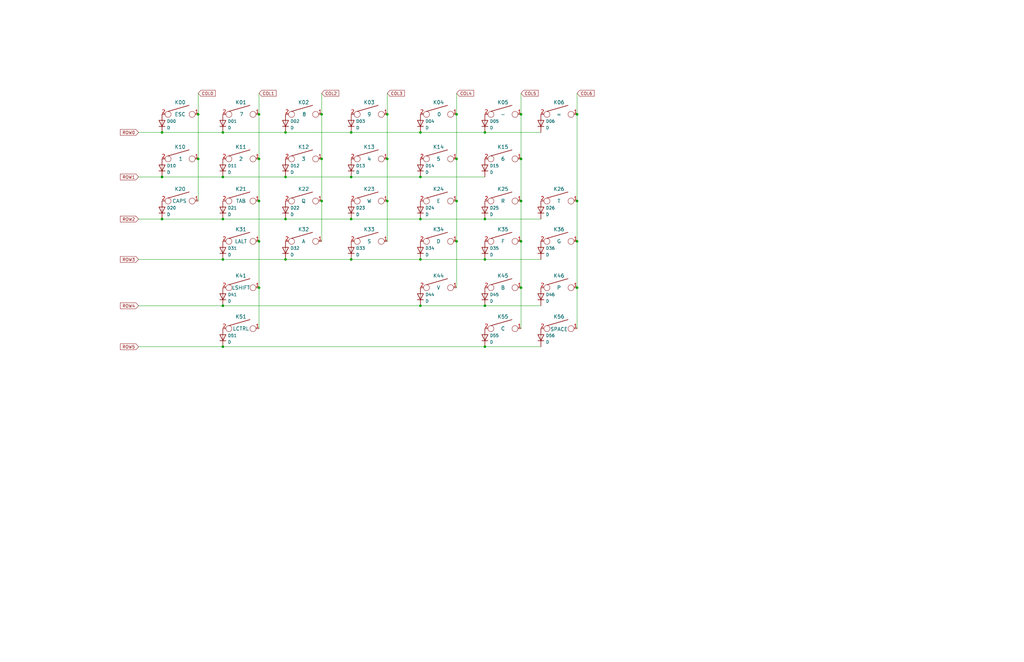
<source format=kicad_sch>
(kicad_sch (version 20211123) (generator eeschema)
  (paper "B")
  (lib_symbols
    (symbol "Device:D" (pin_numbers hide) (pin_names (offset 1.016) hide)
      (property "Reference" "D" (at 0 2.54 0))
      (property "Value" "D" (at 0 -2.54 0))
      (symbol "D_0_1"
        (polyline (pts (xy -1.27 1.27) (xy -1.27 -1.27)) (stroke (width 0.254)))
        (polyline (pts (xy 1.27 0) (xy -1.27 0)))
        (polyline (pts (xy 1.27 1.27) (xy 1.27 -1.27) (xy -1.27 0) (xy 1.27 1.27)) (stroke (width 0.254)))
      )
      (symbol "D_1_1"
        (pin passive line (at -3.81 0 0) (length 2.54) (name "K") (number "1"))
        (pin passive line (at 3.81 0 180) (length 2.54) (name "A") (number "2"))
      )
    )
    (symbol "keyboard_parts:KEYSW" (pin_names (offset 1.016))
      (property "Reference" "K?" (at -1.27 0 0))
      (symbol "KEYSW_0_1"
        (circle (center -5.08 0) (radius 1.27))
        (polyline (pts (xy -5.08 1.27) (xy 3.81 3.81)) (stroke (width 0.254)))
        (circle (center 5.08 0) (radius 1.27))
      )
      (symbol "KEYSW_1_1"
        (pin passive line (at 7.62 0 180) (length 1.27) (name "~") (number "1"))
        (pin passive line (at -7.62 0 0) (length 1.27) (name "~") (number "2"))
      )
    )
  )
  (junction (at 177.292 129.032))
  (junction (at 219.71 67.056))
  (junction (at 93.98 92.456))
  (junction (at 83.566 48.26))
  (junction (at 109.22 101.854))
  (junction (at 109.22 84.836))
  (junction (at 177.292 109.474))
  (junction (at 192.532 48.26))
  (junction (at 93.98 129.032))
  (junction (at 68.326 55.88))
  (junction (at 109.22 48.26))
  (junction (at 219.71 48.26))
  (junction (at 135.636 67.056))
  (junction (at 109.22 121.412))
  (junction (at 204.47 92.456))
  (junction (at 177.292 55.88))
  (junction (at 148.082 109.474))
  (junction (at 120.396 55.88))
  (junction (at 243.332 84.836))
  (junction (at 93.98 146.304))
  (junction (at 243.332 48.26))
  (junction (at 204.47 129.032))
  (junction (at 120.396 92.456))
  (junction (at 204.47 55.88))
  (junction (at 192.532 67.056))
  (junction (at 135.636 84.836))
  (junction (at 148.082 74.676))
  (junction (at 163.322 48.26))
  (junction (at 163.322 84.836))
  (junction (at 163.322 67.056))
  (junction (at 204.47 146.304))
  (junction (at 120.396 109.474))
  (junction (at 68.326 92.456))
  (junction (at 177.292 74.676))
  (junction (at 219.71 101.854))
  (junction (at 192.532 84.836))
  (junction (at 243.332 121.412))
  (junction (at 109.22 67.056))
  (junction (at 68.326 74.676))
  (junction (at 135.636 48.26))
  (junction (at 148.082 55.88))
  (junction (at 219.71 121.412))
  (junction (at 120.396 74.676))
  (junction (at 83.566 67.056))
  (junction (at 93.98 74.676))
  (junction (at 243.332 101.854))
  (junction (at 192.532 101.854))
  (junction (at 204.47 109.474))
  (junction (at 219.71 84.836))
  (junction (at 93.98 109.474))
  (junction (at 177.292 92.456))
  (junction (at 148.082 92.456))
  (junction (at 93.98 55.88))
  (wire (pts (xy 93.98 129.032) (xy 177.292 129.032)))
  (wire (pts (xy 135.636 67.056) (xy 135.636 84.836)))
  (wire (pts (xy 109.22 67.056) (xy 109.22 84.836)))
  (wire (pts (xy 93.98 146.304) (xy 58.42 146.304)))
  (wire (pts (xy 93.98 55.88) (xy 120.396 55.88)))
  (wire (pts (xy 243.332 101.854) (xy 243.332 121.412)))
  (wire (pts (xy 204.47 129.032) (xy 228.092 129.032)))
  (wire (pts (xy 109.22 101.854) (xy 109.22 121.412)))
  (wire (pts (xy 58.42 92.456) (xy 68.326 92.456)))
  (wire (pts (xy 83.566 39.37) (xy 83.566 48.26)))
  (wire (pts (xy 93.98 109.474) (xy 120.396 109.474)))
  (wire (pts (xy 192.532 67.056) (xy 192.532 84.836)))
  (wire (pts (xy 163.322 84.836) (xy 163.322 101.854)))
  (wire (pts (xy 219.71 48.26) (xy 219.71 67.056)))
  (wire (pts (xy 148.082 92.456) (xy 177.292 92.456)))
  (wire (pts (xy 219.71 84.836) (xy 219.71 101.854)))
  (wire (pts (xy 58.42 129.032) (xy 93.98 129.032)))
  (wire (pts (xy 177.292 109.474) (xy 204.47 109.474)))
  (wire (pts (xy 120.396 92.456) (xy 148.082 92.456)))
  (wire (pts (xy 120.396 74.676) (xy 148.082 74.676)))
  (wire (pts (xy 93.98 146.304) (xy 204.47 146.304)))
  (wire (pts (xy 83.566 67.056) (xy 83.566 84.836)))
  (wire (pts (xy 228.092 146.304) (xy 204.47 146.304)))
  (wire (pts (xy 204.47 92.456) (xy 228.092 92.456)))
  (wire (pts (xy 243.332 39.37) (xy 243.332 48.26)))
  (wire (pts (xy 58.42 55.88) (xy 68.326 55.88)))
  (wire (pts (xy 219.71 121.412) (xy 219.71 138.684)))
  (wire (pts (xy 177.292 129.032) (xy 204.47 129.032)))
  (wire (pts (xy 93.98 74.676) (xy 120.396 74.676)))
  (wire (pts (xy 163.322 48.26) (xy 163.322 67.056)))
  (wire (pts (xy 148.082 109.474) (xy 177.292 109.474)))
  (wire (pts (xy 68.326 55.88) (xy 93.98 55.88)))
  (wire (pts (xy 93.98 92.456) (xy 120.396 92.456)))
  (wire (pts (xy 192.532 39.37) (xy 192.532 48.26)))
  (wire (pts (xy 192.532 84.836) (xy 192.532 101.854)))
  (wire (pts (xy 192.532 48.26) (xy 192.532 67.056)))
  (wire (pts (xy 109.22 39.37) (xy 109.22 48.26)))
  (wire (pts (xy 243.332 84.836) (xy 243.332 101.854)))
  (wire (pts (xy 68.326 92.456) (xy 93.98 92.456)))
  (wire (pts (xy 177.292 92.456) (xy 204.47 92.456)))
  (wire (pts (xy 204.47 109.474) (xy 228.092 109.474)))
  (wire (pts (xy 243.332 121.412) (xy 243.332 138.684)))
  (wire (pts (xy 109.22 121.412) (xy 109.22 138.684)))
  (wire (pts (xy 163.322 39.37) (xy 163.322 48.26)))
  (wire (pts (xy 58.42 74.676) (xy 68.326 74.676)))
  (wire (pts (xy 204.47 55.88) (xy 228.092 55.88)))
  (wire (pts (xy 177.292 74.676) (xy 204.47 74.676)))
  (wire (pts (xy 135.636 48.26) (xy 135.636 67.056)))
  (wire (pts (xy 177.292 55.88) (xy 204.47 55.88)))
  (wire (pts (xy 68.326 74.676) (xy 93.98 74.676)))
  (wire (pts (xy 120.396 55.88) (xy 148.082 55.88)))
  (wire (pts (xy 135.636 39.37) (xy 135.636 48.26)))
  (wire (pts (xy 83.566 48.26) (xy 83.566 67.056)))
  (wire (pts (xy 192.532 101.854) (xy 192.532 121.412)))
  (wire (pts (xy 58.42 109.474) (xy 93.98 109.474)))
  (wire (pts (xy 148.082 74.676) (xy 177.292 74.676)))
  (wire (pts (xy 120.396 109.474) (xy 148.082 109.474)))
  (wire (pts (xy 163.322 67.056) (xy 163.322 84.836)))
  (wire (pts (xy 109.22 84.836) (xy 109.22 101.854)))
  (wire (pts (xy 148.082 55.88) (xy 177.292 55.88)))
  (wire (pts (xy 219.71 101.854) (xy 219.71 121.412)))
  (wire (pts (xy 109.22 48.26) (xy 109.22 67.056)))
  (wire (pts (xy 243.332 48.26) (xy 243.332 84.836)))
  (wire (pts (xy 135.636 84.836) (xy 135.636 101.854)))
  (wire (pts (xy 219.71 67.056) (xy 219.71 84.836)))
  (wire (pts (xy 219.71 39.37) (xy 219.71 48.26)))
  (global_label "ROW1" (shape input) (at 58.42 74.676 180) (property "Intersheet References" "${INTERSHEET_REFS}" (effects hide)))
  (global_label "COL0" (shape input) (at 83.566 39.37 0) (property "Intersheet References" "${INTERSHEET_REFS}" (effects hide)))
  (global_label "ROW0" (shape input) (at 58.42 55.88 180) (property "Intersheet References" "${INTERSHEET_REFS}" (effects hide)))
  (global_label "COL6" (shape input) (at 243.332 39.37 0) (property "Intersheet References" "${INTERSHEET_REFS}" (effects hide)))
  (global_label "ROW5" (shape input) (at 58.42 146.304 180) (property "Intersheet References" "${INTERSHEET_REFS}" (effects hide)))
  (global_label "COL3" (shape input) (at 163.322 39.37 0) (property "Intersheet References" "${INTERSHEET_REFS}" (effects hide)))
  (global_label "ROW4" (shape input) (at 58.42 129.032 180) (property "Intersheet References" "${INTERSHEET_REFS}" (effects hide)))
  (global_label "COL5" (shape input) (at 219.71 39.37 0) (property "Intersheet References" "${INTERSHEET_REFS}" (effects hide)))
  (global_label "COL4" (shape input) (at 192.532 39.37 0) (property "Intersheet References" "${INTERSHEET_REFS}" (effects hide)))
  (global_label "ROW2" (shape input) (at 58.42 92.456 180) (property "Intersheet References" "${INTERSHEET_REFS}" (effects hide)))
  (global_label "COL1" (shape input) (at 109.22 39.37 0) (property "Intersheet References" "${INTERSHEET_REFS}" (effects hide)))
  (global_label "ROW3" (shape input) (at 58.42 109.474 180) (property "Intersheet References" "${INTERSHEET_REFS}" (effects hide)))
  (global_label "COL2" (shape input) (at 135.636 39.37 0) (property "Intersheet References" "${INTERSHEET_REFS}" (effects hide)))
  (symbol (lib_id "Device:D") (at 120.396 52.07 90) (unit 1)
    (property "Reference" "D02" (at 122.428 51.1615 90) (effects (justify right)))
    (property "Value" "D" (at 122.428 53.9366 90) (effects (justify right)))
    (property "Footprint" "Diode_SMD:D_SOD-123" (effects hide))
  )
  (symbol (lib_id "keyboard_parts:KEYSW") (at 235.712 138.684 0) (unit 1)
    (property "Reference" "K56" (at 235.712 133.6221 0) (effects (font (size 1.524 1.524))))
    (property "Value" "SPACE" (at 235.712 138.938 0) (effects (font (size 1.524 1.524))))
    (property "Footprint" "Keeb_Parts:Kailh_MX_Socket" (effects hide))
  )
  (symbol (lib_id "keyboard_parts:KEYSW") (at 184.912 121.412 0) (unit 1)
    (property "Reference" "K44" (at 184.912 116.3501 0) (effects (font (size 1.524 1.524))))
    (property "Value" "V" (at 184.912 121.412 0) (effects (font (size 1.524 1.524))))
    (property "Footprint" "Keeb_Parts:Kailh_MX_Socket" (effects hide))
  )
  (symbol (lib_id "keyboard_parts:KEYSW") (at 155.702 67.056 0) (unit 1)
    (property "Reference" "K13" (at 155.702 61.9941 0) (effects (font (size 1.524 1.524))))
    (property "Value" "4" (at 155.702 67.056 0) (effects (font (size 1.524 1.524))))
    (property "Footprint" "Keeb_Parts:Kailh_MX_Socket" (effects hide))
  )
  (symbol (lib_id "keyboard_parts:KEYSW") (at 101.6 101.854 0) (unit 1)
    (property "Reference" "K31" (at 101.6 96.7921 0) (effects (font (size 1.524 1.524))))
    (property "Value" "LALT" (at 101.6 101.854 0) (effects (font (size 1.524 1.524))))
    (property "Footprint" "Keeb_Parts:Kailh_MX_Socket" (effects hide))
  )
  (symbol (lib_id "keyboard_parts:KEYSW") (at 155.702 101.854 0) (unit 1)
    (property "Reference" "K33" (at 155.702 96.7921 0) (effects (font (size 1.524 1.524))))
    (property "Value" "S" (at 155.702 101.854 0) (effects (font (size 1.524 1.524))))
    (property "Footprint" "Keeb_Parts:Kailh_MX_Socket" (effects hide))
  )
  (symbol (lib_id "Device:D") (at 177.292 125.222 90) (unit 1)
    (property "Reference" "D44" (at 179.324 124.3135 90) (effects (justify right)))
    (property "Value" "D" (at 179.324 127.0886 90) (effects (justify right)))
    (property "Footprint" "Diode_SMD:D_SOD-123" (effects hide))
  )
  (symbol (lib_id "Device:D") (at 228.092 125.222 90) (unit 1)
    (property "Reference" "D46" (at 230.124 124.3135 90) (effects (justify right)))
    (property "Value" "D" (at 230.124 127.0886 90) (effects (justify right)))
    (property "Footprint" "Diode_SMD:D_SOD-123" (effects hide))
  )
  (symbol (lib_id "Device:D") (at 120.396 70.866 90) (unit 1)
    (property "Reference" "D12" (at 122.428 69.9575 90) (effects (justify right)))
    (property "Value" "D" (at 122.428 72.7326 90) (effects (justify right)))
    (property "Footprint" "Diode_SMD:D_SOD-123" (effects hide))
  )
  (symbol (lib_id "keyboard_parts:KEYSW") (at 75.946 48.26 0) (unit 1)
    (property "Reference" "K00" (at 75.946 43.1981 0) (effects (font (size 1.524 1.524))))
    (property "Value" "ESC" (at 75.946 48.26 0) (effects (font (size 1.524 1.524))))
    (property "Footprint" "Keeb_Parts:Kailh_MX_Socket" (effects hide))
  )
  (symbol (lib_id "Device:D") (at 177.292 105.664 90) (unit 1)
    (property "Reference" "D34" (at 179.324 104.7555 90) (effects (justify right)))
    (property "Value" "D" (at 179.324 107.5306 90) (effects (justify right)))
    (property "Footprint" "Diode_SMD:D_SOD-123" (effects hide))
  )
  (symbol (lib_id "Device:D") (at 204.47 52.07 90) (unit 1)
    (property "Reference" "D05" (at 206.502 51.1615 90) (effects (justify right)))
    (property "Value" "D" (at 206.502 53.9366 90) (effects (justify right)))
    (property "Footprint" "Diode_SMD:D_SOD-123" (effects hide))
  )
  (symbol (lib_id "keyboard_parts:KEYSW") (at 155.702 84.836 0) (unit 1)
    (property "Reference" "K23" (at 155.702 79.7741 0) (effects (font (size 1.524 1.524))))
    (property "Value" "W" (at 155.702 84.836 0) (effects (font (size 1.524 1.524))))
    (property "Footprint" "Keeb_Parts:Kailh_MX_Socket" (effects hide))
  )
  (symbol (lib_id "Device:D") (at 148.082 70.866 90) (unit 1)
    (property "Reference" "D13" (at 150.114 69.9575 90) (effects (justify right)))
    (property "Value" "D" (at 150.114 72.7326 90) (effects (justify right)))
    (property "Footprint" "Diode_SMD:D_SOD-123" (effects hide))
  )
  (symbol (lib_id "Device:D") (at 228.092 88.646 90) (unit 1)
    (property "Reference" "D26" (at 230.124 87.7375 90) (effects (justify right)))
    (property "Value" "D" (at 230.124 90.5126 90) (effects (justify right)))
    (property "Footprint" "Diode_SMD:D_SOD-123" (effects hide))
  )
  (symbol (lib_id "Device:D") (at 120.396 88.646 90) (unit 1)
    (property "Reference" "D22" (at 122.428 87.7375 90) (effects (justify right)))
    (property "Value" "D" (at 122.428 90.5126 90) (effects (justify right)))
    (property "Footprint" "Diode_SMD:D_SOD-123" (effects hide))
  )
  (symbol (lib_id "keyboard_parts:KEYSW") (at 75.946 84.836 0) (unit 1)
    (property "Reference" "K20" (at 75.946 79.7741 0) (effects (font (size 1.524 1.524))))
    (property "Value" "CAPS" (at 75.692 84.836 0) (effects (font (size 1.524 1.524))))
    (property "Footprint" "Keeb_Parts:Kailh_MX_Socket" (effects hide))
  )
  (symbol (lib_id "keyboard_parts:KEYSW") (at 75.946 67.056 0) (unit 1)
    (property "Reference" "K10" (at 75.946 61.9941 0) (effects (font (size 1.524 1.524))))
    (property "Value" "1" (at 76.2 67.056 0) (effects (font (size 1.524 1.524))))
    (property "Footprint" "Keeb_Parts:Kailh_MX_Socket" (effects hide))
  )
  (symbol (lib_id "Device:D") (at 93.98 70.866 90) (unit 1)
    (property "Reference" "D11" (at 96.012 69.9575 90) (effects (justify right)))
    (property "Value" "D" (at 96.012 72.7326 90) (effects (justify right)))
    (property "Footprint" "Diode_SMD:D_SOD-123" (effects hide))
  )
  (symbol (lib_id "keyboard_parts:KEYSW") (at 101.6 84.836 0) (unit 1)
    (property "Reference" "K21" (at 101.6 79.7741 0) (effects (font (size 1.524 1.524))))
    (property "Value" "TAB" (at 101.6 84.836 0) (effects (font (size 1.524 1.524))))
    (property "Footprint" "Keeb_Parts:Kailh_MX_Socket" (effects hide))
  )
  (symbol (lib_id "Device:D") (at 228.092 52.07 90) (unit 1)
    (property "Reference" "D06" (at 230.124 51.1615 90) (effects (justify right)))
    (property "Value" "D" (at 230.124 53.9366 90) (effects (justify right)))
    (property "Footprint" "Diode_SMD:D_SOD-123" (effects hide))
  )
  (symbol (lib_id "Device:D") (at 68.326 88.646 90) (unit 1)
    (property "Reference" "D20" (at 70.358 87.7375 90) (effects (justify right)))
    (property "Value" "D" (at 70.358 90.5126 90) (effects (justify right)))
    (property "Footprint" "Diode_SMD:D_SOD-123" (effects hide))
  )
  (symbol (lib_id "keyboard_parts:KEYSW") (at 212.09 67.056 0) (unit 1)
    (property "Reference" "K15" (at 212.09 61.9941 0) (effects (font (size 1.524 1.524))))
    (property "Value" "6" (at 212.09 67.056 0) (effects (font (size 1.524 1.524))))
    (property "Footprint" "Keeb_Parts:Kailh_MX_Socket" (effects hide))
  )
  (symbol (lib_id "keyboard_parts:KEYSW") (at 184.912 101.854 0) (unit 1)
    (property "Reference" "K34" (at 184.912 96.7921 0) (effects (font (size 1.524 1.524))))
    (property "Value" "D" (at 184.912 101.854 0) (effects (font (size 1.524 1.524))))
    (property "Footprint" "Keeb_Parts:Kailh_MX_Socket" (effects hide))
  )
  (symbol (lib_id "Device:D") (at 120.396 105.664 90) (unit 1)
    (property "Reference" "D32" (at 122.428 104.7555 90) (effects (justify right)))
    (property "Value" "D" (at 122.428 107.5306 90) (effects (justify right)))
    (property "Footprint" "Diode_SMD:D_SOD-123" (effects hide))
  )
  (symbol (lib_id "Device:D") (at 148.082 105.664 90) (unit 1)
    (property "Reference" "D33" (at 150.114 104.7555 90) (effects (justify right)))
    (property "Value" "D" (at 150.114 107.5306 90) (effects (justify right)))
    (property "Footprint" "Diode_SMD:D_SOD-123" (effects hide))
  )
  (symbol (lib_id "Device:D") (at 93.98 142.494 90) (unit 1)
    (property "Reference" "D51" (at 96.012 141.5855 90) (effects (justify right)))
    (property "Value" "D" (at 96.012 144.3606 90) (effects (justify right)))
    (property "Footprint" "Diode_SMD:D_SOD-123" (effects hide))
  )
  (symbol (lib_id "Device:D") (at 68.326 70.866 90) (unit 1)
    (property "Reference" "D10" (at 70.358 69.9575 90) (effects (justify right)))
    (property "Value" "D" (at 70.358 72.7326 90) (effects (justify right)))
    (property "Footprint" "Diode_SMD:D_SOD-123" (effects hide))
  )
  (symbol (lib_id "Device:D") (at 93.98 125.222 90) (unit 1)
    (property "Reference" "D41" (at 96.012 124.3135 90) (effects (justify right)))
    (property "Value" "D" (at 96.012 127.0886 90) (effects (justify right)))
    (property "Footprint" "Diode_SMD:D_SOD-123" (effects hide))
  )
  (symbol (lib_id "Device:D") (at 93.98 105.664 90) (unit 1)
    (property "Reference" "D31" (at 96.012 104.7555 90) (effects (justify right)))
    (property "Value" "D" (at 96.012 107.5306 90) (effects (justify right)))
    (property "Footprint" "Diode_SMD:D_SOD-123" (effects hide))
  )
  (symbol (lib_id "Device:D") (at 148.082 52.07 90) (unit 1)
    (property "Reference" "D03" (at 150.114 51.1615 90) (effects (justify right)))
    (property "Value" "D" (at 150.114 53.9366 90) (effects (justify right)))
    (property "Footprint" "Diode_SMD:D_SOD-123" (effects hide))
  )
  (symbol (lib_id "Device:D") (at 177.292 88.646 90) (unit 1)
    (property "Reference" "D24" (at 179.324 87.7375 90) (effects (justify right)))
    (property "Value" "D" (at 179.324 90.5126 90) (effects (justify right)))
    (property "Footprint" "Diode_SMD:D_SOD-123" (effects hide))
  )
  (symbol (lib_id "keyboard_parts:KEYSW") (at 235.712 84.836 0) (unit 1)
    (property "Reference" "K26" (at 235.712 79.7741 0) (effects (font (size 1.524 1.524))))
    (property "Value" "T" (at 235.712 84.836 0) (effects (font (size 1.524 1.524))))
    (property "Footprint" "Keeb_Parts:Kailh_MX_Socket" (effects hide))
  )
  (symbol (lib_id "keyboard_parts:KEYSW") (at 184.912 84.836 0) (unit 1)
    (property "Reference" "K24" (at 184.912 79.7741 0) (effects (font (size 1.524 1.524))))
    (property "Value" "E" (at 184.912 84.836 0) (effects (font (size 1.524 1.524))))
    (property "Footprint" "Keeb_Parts:Kailh_MX_Socket" (effects hide))
  )
  (symbol (lib_id "Device:D") (at 228.092 105.664 90) (unit 1)
    (property "Reference" "D36" (at 230.124 104.7555 90) (effects (justify right)))
    (property "Value" "D" (at 230.124 107.5306 90) (effects (justify right)))
    (property "Footprint" "Diode_SMD:D_SOD-123" (effects hide))
  )
  (symbol (lib_id "Device:D") (at 68.326 52.07 90) (unit 1)
    (property "Reference" "D00" (at 70.358 51.1615 90) (effects (justify right)))
    (property "Value" "D" (at 70.358 53.9366 90) (effects (justify right)))
    (property "Footprint" "Diode_SMD:D_SOD-123" (effects hide))
  )
  (symbol (lib_id "keyboard_parts:KEYSW") (at 212.09 138.684 0) (unit 1)
    (property "Reference" "K55" (at 212.09 133.6221 0) (effects (font (size 1.524 1.524))))
    (property "Value" "C" (at 212.09 138.684 0) (effects (font (size 1.524 1.524))))
    (property "Footprint" "Keeb_Parts:Kailh_MX_Socket" (effects hide))
  )
  (symbol (lib_id "Device:D") (at 177.292 70.866 90) (unit 1)
    (property "Reference" "D14" (at 179.324 69.9575 90) (effects (justify right)))
    (property "Value" "D" (at 179.324 72.7326 90) (effects (justify right)))
    (property "Footprint" "Diode_SMD:D_SOD-123" (effects hide))
  )
  (symbol (lib_id "keyboard_parts:KEYSW") (at 212.09 101.854 0) (unit 1)
    (property "Reference" "K35" (at 212.09 96.7921 0) (effects (font (size 1.524 1.524))))
    (property "Value" "F" (at 212.09 101.854 0) (effects (font (size 1.524 1.524))))
    (property "Footprint" "Keeb_Parts:Kailh_MX_Socket" (effects hide))
  )
  (symbol (lib_id "keyboard_parts:KEYSW") (at 212.09 84.836 0) (unit 1)
    (property "Reference" "K25" (at 212.09 79.7741 0) (effects (font (size 1.524 1.524))))
    (property "Value" "R" (at 212.09 84.836 0) (effects (font (size 1.524 1.524))))
    (property "Footprint" "Keeb_Parts:Kailh_MX_Socket" (effects hide))
  )
  (symbol (lib_id "keyboard_parts:KEYSW") (at 101.6 67.056 0) (unit 1)
    (property "Reference" "K11" (at 101.6 61.9941 0) (effects (font (size 1.524 1.524))))
    (property "Value" "2" (at 101.6 67.056 0) (effects (font (size 1.524 1.524))))
    (property "Footprint" "Keeb_Parts:Kailh_MX_Socket" (effects hide))
  )
  (symbol (lib_id "keyboard_parts:KEYSW") (at 101.6 121.412 0) (unit 1)
    (property "Reference" "K41" (at 101.6 116.3501 0) (effects (font (size 1.524 1.524))))
    (property "Value" "LSHIFT" (at 101.6 121.412 0) (effects (font (size 1.524 1.524))))
    (property "Footprint" "Keeb_Parts:Kailh_MX_Socket" (effects hide))
  )
  (symbol (lib_id "keyboard_parts:KEYSW") (at 235.712 101.854 0) (unit 1)
    (property "Reference" "K36" (at 235.712 96.7921 0) (effects (font (size 1.524 1.524))))
    (property "Value" "G" (at 235.712 101.854 0) (effects (font (size 1.524 1.524))))
    (property "Footprint" "Keeb_Parts:Kailh_MX_Socket" (effects hide))
  )
  (symbol (lib_id "keyboard_parts:KEYSW") (at 184.912 67.056 0) (unit 1)
    (property "Reference" "K14" (at 184.912 61.9941 0) (effects (font (size 1.524 1.524))))
    (property "Value" "5" (at 184.912 67.056 0) (effects (font (size 1.524 1.524))))
    (property "Footprint" "Keeb_Parts:Kailh_MX_Socket" (effects hide))
  )
  (symbol (lib_id "Device:D") (at 228.092 142.494 90) (unit 1)
    (property "Reference" "D56" (at 230.124 141.5855 90) (effects (justify right)))
    (property "Value" "D" (at 230.124 144.3606 90) (effects (justify right)))
    (property "Footprint" "Diode_SMD:D_SOD-123" (effects hide))
  )
  (symbol (lib_id "Device:D") (at 148.082 88.646 90) (unit 1)
    (property "Reference" "D23" (at 150.114 87.7375 90) (effects (justify right)))
    (property "Value" "D" (at 150.114 90.5126 90) (effects (justify right)))
    (property "Footprint" "Diode_SMD:D_SOD-123" (effects hide))
  )
  (symbol (lib_id "keyboard_parts:KEYSW") (at 128.016 101.854 0) (unit 1)
    (property "Reference" "K32" (at 128.016 96.7921 0) (effects (font (size 1.524 1.524))))
    (property "Value" "A" (at 128.016 101.854 0) (effects (font (size 1.524 1.524))))
    (property "Footprint" "Keeb_Parts:Kailh_MX_Socket" (effects hide))
  )
  (symbol (lib_id "Device:D") (at 204.47 88.646 90) (unit 1)
    (property "Reference" "D25" (at 206.502 87.7375 90) (effects (justify right)))
    (property "Value" "D" (at 206.502 90.5126 90) (effects (justify right)))
    (property "Footprint" "Diode_SMD:D_SOD-123" (effects hide))
  )
  (symbol (lib_id "Device:D") (at 93.98 52.07 90) (unit 1)
    (property "Reference" "D01" (at 96.012 51.1615 90) (effects (justify right)))
    (property "Value" "D" (at 96.012 53.9366 90) (effects (justify right)))
    (property "Footprint" "Diode_SMD:D_SOD-123" (effects hide))
  )
  (symbol (lib_id "Device:D") (at 204.47 105.664 90) (unit 1)
    (property "Reference" "D35" (at 206.502 104.7555 90) (effects (justify right)))
    (property "Value" "D" (at 206.502 107.5306 90) (effects (justify right)))
    (property "Footprint" "Diode_SMD:D_SOD-123" (effects hide))
  )
  (symbol (lib_id "Device:D") (at 177.292 52.07 90) (unit 1)
    (property "Reference" "D04" (at 179.324 51.1615 90) (effects (justify right)))
    (property "Value" "D" (at 179.324 53.9366 90) (effects (justify right)))
    (property "Footprint" "Diode_SMD:D_SOD-123" (effects hide))
  )
  (symbol (lib_id "keyboard_parts:KEYSW") (at 101.6 48.26 0) (unit 1)
    (property "Reference" "K01" (at 101.6 43.1981 0) (effects (font (size 1.524 1.524))))
    (property "Value" "7" (at 101.854 48.26 0) (effects (font (size 1.524 1.524))))
    (property "Footprint" "Keeb_Parts:Kailh_MX_Socket" (effects hide))
  )
  (symbol (lib_id "Device:D") (at 204.47 70.866 90) (unit 1)
    (property "Reference" "D15" (at 206.502 69.9575 90) (effects (justify right)))
    (property "Value" "D" (at 206.502 72.7326 90) (effects (justify right)))
    (property "Footprint" "Diode_SMD:D_SOD-123" (effects hide))
  )
  (symbol (lib_id "keyboard_parts:KEYSW") (at 235.712 121.412 0) (unit 1)
    (property "Reference" "K46" (at 235.712 116.3501 0) (effects (font (size 1.524 1.524))))
    (property "Value" "P" (at 235.712 121.412 0) (effects (font (size 1.524 1.524))))
    (property "Footprint" "Keeb_Parts:Kailh_MX_Socket" (effects hide))
  )
  (symbol (lib_id "keyboard_parts:KEYSW") (at 128.016 84.836 0) (unit 1)
    (property "Reference" "K22" (at 128.016 79.7741 0) (effects (font (size 1.524 1.524))))
    (property "Value" "Q" (at 128.016 84.836 0) (effects (font (size 1.524 1.524))))
    (property "Footprint" "Keeb_Parts:Kailh_MX_Socket" (effects hide))
  )
  (symbol (lib_id "keyboard_parts:KEYSW") (at 235.712 48.26 0) (unit 1)
    (property "Reference" "K06" (at 235.712 43.1981 0) (effects (font (size 1.524 1.524))))
    (property "Value" "=" (at 235.712 48.26 0) (effects (font (size 1.524 1.524))))
    (property "Footprint" "Keeb_Parts:Kailh_MX_Socket" (effects hide))
  )
  (symbol (lib_id "keyboard_parts:KEYSW") (at 155.702 48.26 0) (unit 1)
    (property "Reference" "K03" (at 155.702 43.1981 0) (effects (font (size 1.524 1.524))))
    (property "Value" "9" (at 155.702 48.26 0) (effects (font (size 1.524 1.524))))
    (property "Footprint" "Keeb_Parts:Kailh_MX_Socket" (effects hide))
  )
  (symbol (lib_id "Device:D") (at 93.98 88.646 90) (unit 1)
    (property "Reference" "D21" (at 96.012 87.7375 90) (effects (justify right)))
    (property "Value" "D" (at 96.012 90.5126 90) (effects (justify right)))
    (property "Footprint" "Diode_SMD:D_SOD-123" (effects hide))
  )
  (symbol (lib_id "keyboard_parts:KEYSW") (at 184.912 48.26 0) (unit 1)
    (property "Reference" "K04" (at 184.912 43.1981 0) (effects (font (size 1.524 1.524))))
    (property "Value" "0" (at 185.166 48.26 0) (effects (font (size 1.524 1.524))))
    (property "Footprint" "Keeb_Parts:Kailh_MX_Socket" (effects hide))
  )
  (symbol (lib_id "keyboard_parts:KEYSW") (at 212.09 48.26 0) (unit 1)
    (property "Reference" "K05" (at 212.09 43.1981 0) (effects (font (size 1.524 1.524))))
    (property "Value" "-" (at 212.09 48.26 0) (effects (font (size 1.524 1.524))))
    (property "Footprint" "Keeb_Parts:Kailh_MX_Socket" (effects hide))
  )
  (symbol (lib_id "keyboard_parts:KEYSW") (at 101.6 138.684 0) (unit 1)
    (property "Reference" "K51" (at 101.6 133.6221 0) (effects (font (size 1.524 1.524))))
    (property "Value" "LCTRL" (at 101.6 138.684 0) (effects (font (size 1.524 1.524))))
    (property "Footprint" "Keeb_Parts:Kailh_MX_Socket" (effects hide))
  )
  (symbol (lib_id "Device:D") (at 204.47 125.222 90) (unit 1)
    (property "Reference" "D45" (at 206.502 124.3135 90) (effects (justify right)))
    (property "Value" "D" (at 206.502 127.0886 90) (effects (justify right)))
    (property "Footprint" "Diode_SMD:D_SOD-123" (effects hide))
  )
  (symbol (lib_id "Device:D") (at 204.47 142.494 90) (unit 1)
    (property "Reference" "D55" (at 206.502 141.5855 90) (effects (justify right)))
    (property "Value" "D" (at 206.502 144.3606 90) (effects (justify right)))
    (property "Footprint" "Diode_SMD:D_SOD-123" (effects hide))
  )
  (symbol (lib_id "keyboard_parts:KEYSW") (at 128.016 67.056 0) (unit 1)
    (property "Reference" "K12" (at 128.016 61.9941 0) (effects (font (size 1.524 1.524))))
    (property "Value" "3" (at 128.016 67.056 0) (effects (font (size 1.524 1.524))))
    (property "Footprint" "Keeb_Parts:Kailh_MX_Socket" (effects hide))
  )
  (symbol (lib_id "keyboard_parts:KEYSW") (at 128.016 48.26 0) (unit 1)
    (property "Reference" "K02" (at 128.016 43.1981 0) (effects (font (size 1.524 1.524))))
    (property "Value" "8" (at 128.27 48.26 0) (effects (font (size 1.524 1.524))))
    (property "Footprint" "Keeb_Parts:Kailh_MX_Socket" (effects hide))
  )
  (symbol (lib_id "keyboard_parts:KEYSW") (at 212.09 121.412 0) (unit 1)
    (property "Reference" "K45" (at 212.09 116.3501 0) (effects (font (size 1.524 1.524))))
    (property "Value" "B" (at 212.09 121.412 0) (effects (font (size 1.524 1.524))))
    (property "Footprint" "Keeb_Parts:Kailh_MX_Socket" (effects hide))
  )
)
</source>
